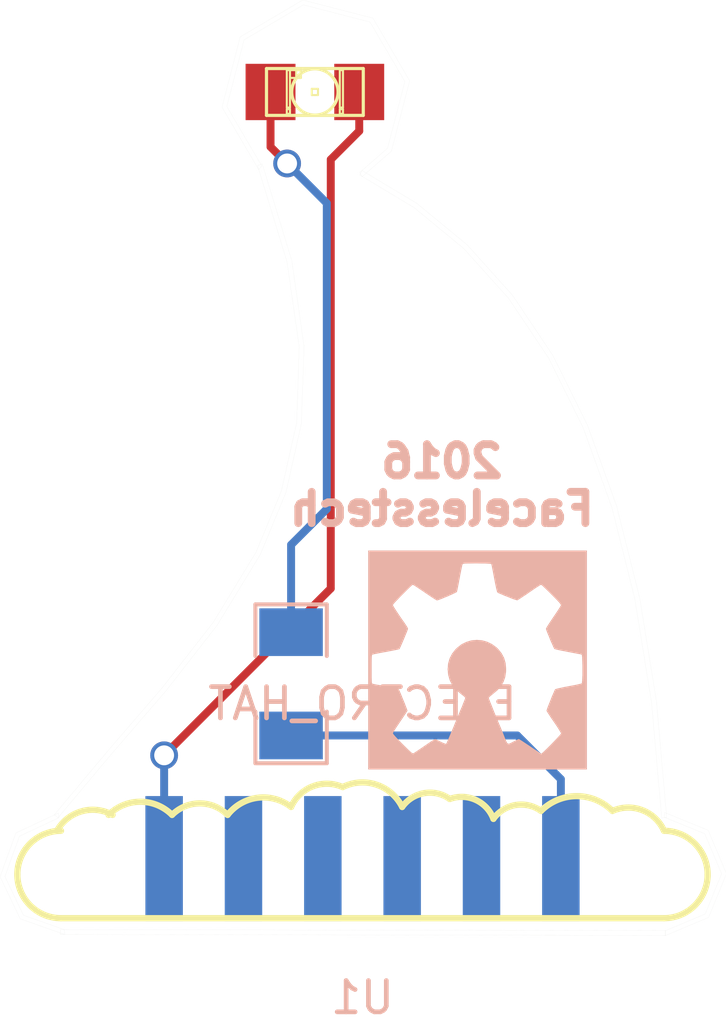
<source format=kicad_pcb>
(kicad_pcb (version 3) (host pcbnew "(22-Jun-2014 BZR 4027)-stable")

  (general
    (links 3)
    (no_connects 0)
    (area 0 0 0 0)
    (thickness 1.6)
    (drawings 18)
    (tracks 16)
    (zones 0)
    (modules 5)
    (nets 4)
  )

  (page A3)
  (layers
    (15 F.Cu signal)
    (0 B.Cu signal)
    (16 B.Adhes user)
    (17 F.Adhes user)
    (18 B.Paste user)
    (19 F.Paste user)
    (20 B.SilkS user)
    (21 F.SilkS user)
    (22 B.Mask user)
    (23 F.Mask user)
    (24 Dwgs.User user)
    (25 Cmts.User user)
    (26 Eco1.User user)
    (27 Eco2.User user)
    (28 Edge.Cuts user)
  )

  (setup
    (last_trace_width 0.254)
    (trace_clearance 0.254)
    (zone_clearance 0.508)
    (zone_45_only no)
    (trace_min 0.254)
    (segment_width 0.2)
    (edge_width 0.1)
    (via_size 0.889)
    (via_drill 0.635)
    (via_min_size 0.889)
    (via_min_drill 0.508)
    (uvia_size 0.508)
    (uvia_drill 0.127)
    (uvias_allowed no)
    (uvia_min_size 0.508)
    (uvia_min_drill 0.127)
    (pcb_text_width 0.3)
    (pcb_text_size 1.5 1.5)
    (mod_edge_width 0.15)
    (mod_text_size 1 1)
    (mod_text_width 0.15)
    (pad_size 1.59766 1.80086)
    (pad_drill 0)
    (pad_to_mask_clearance 0)
    (aux_axis_origin 0 0)
    (visible_elements FFFFFFBF)
    (pcbplotparams
      (layerselection 284196865)
      (usegerberextensions true)
      (excludeedgelayer true)
      (linewidth 0.150000)
      (plotframeref false)
      (viasonmask false)
      (mode 1)
      (useauxorigin false)
      (hpglpennumber 1)
      (hpglpenspeed 20)
      (hpglpendiameter 15)
      (hpglpenoverlay 2)
      (psnegative false)
      (psa4output false)
      (plotreference true)
      (plotvalue true)
      (plotothertext true)
      (plotinvisibletext false)
      (padsonsilk false)
      (subtractmaskfromsilk false)
      (outputformat 1)
      (mirror false)
      (drillshape 0)
      (scaleselection 1)
      (outputdirectory gerbers/))
  )

  (net 0 "")
  (net 1 N-000005)
  (net 2 N-000006)
  (net 3 N-000007)

  (net_class Default "This is the default net class."
    (clearance 0.254)
    (trace_width 0.254)
    (via_dia 0.889)
    (via_drill 0.635)
    (uvia_dia 0.508)
    (uvia_drill 0.127)
    (add_net "")
    (add_net N-000005)
    (add_net N-000006)
    (add_net N-000007)
  )

  (module SM1206 (layer B.Cu) (tedit 580FB232) (tstamp 5818F370)
    (at 197.104 136.017 90)
    (path /580E6664)
    (attr smd)
    (fp_text reference R1 (at 0 0 90) (layer B.SilkS) hide
      (effects (font (size 0.762 0.762) (thickness 0.127)) (justify mirror))
    )
    (fp_text value R (at 0 0 90) (layer B.SilkS) hide
      (effects (font (size 0.762 0.762) (thickness 0.127)) (justify mirror))
    )
    (fp_line (start -2.54 1.143) (end -2.54 -1.143) (layer B.SilkS) (width 0.127))
    (fp_line (start -2.54 -1.143) (end -0.889 -1.143) (layer B.SilkS) (width 0.127))
    (fp_line (start 0.889 1.143) (end 2.54 1.143) (layer B.SilkS) (width 0.127))
    (fp_line (start 2.54 1.143) (end 2.54 -1.143) (layer B.SilkS) (width 0.127))
    (fp_line (start 2.54 -1.143) (end 0.889 -1.143) (layer B.SilkS) (width 0.127))
    (fp_line (start -0.889 1.143) (end -2.54 1.143) (layer B.SilkS) (width 0.127))
    (pad 1 smd rect (at -1.651 0 90) (size 1.524 2.032)
      (layers B.Cu B.Paste B.Mask)
      (net 1 N-000005)
    )
    (pad 2 smd rect (at 1.651 0 90) (size 1.524 2.032)
      (layers B.Cu B.Paste B.Mask)
      (net 2 N-000006)
    )
    (model smd/chip_cms.wrl
      (at (xyz 0 0 0))
      (scale (xyz 0.17 0.16 0.16))
      (rotate (xyz 0 0 0))
    )
  )

  (module svg2mod (layer F.Cu) (tedit 0) (tstamp 580EC3D4)
    (at 199.39 128.905)
    (fp_text reference svg2mod (at 0 -18.226436) (layer F.SilkS) hide
      (effects (font (size 1.524 1.524) (thickness 0.3048)))
    )
    (fp_text value Edge.Cuts (at 0 18.226436) (layer F.SilkS) hide
      (effects (font (size 1.524 1.524) (thickness 0.3048)))
    )
    (fp_poly (pts (xy -3.209801 -9.515198) (xy -3.359404 -9.457433) (xy -2.417162 -6.382811) (xy -2.024726 -3.656767)
      (xy -2.108415 -1.231527) (xy -2.594552 0.940684) (xy -3.409456 2.90764) (xy -4.779605 5.149717)
      (xy -6.407762 7.235427) (xy -8.150723 9.254938) (xy -9.865284 11.29842) (xy -9.745641 11.39267)
      (xy -8.034736 9.355289) (xy -6.288756 7.334351) (xy -4.652556 5.238653) (xy -3.270989 2.976987)
      (xy -2.447368 0.987114) (xy -1.95541 -1.212272) (xy -1.869144 -3.665941) (xy -2.262598 -6.418661)
      (xy -3.209801 -9.515198)) (layer Edge.Cuts) (width 0.00254))
    (fp_poly (pts (xy -0.014213 -9.300715) (xy -0.088305 -9.157233) (xy 1.647664 -8.116827) (xy 3.239948 -6.806913)
      (xy 4.679206 -5.209767) (xy 5.956094 -3.307662) (xy 7.061267 -1.082874) (xy 7.985382 1.482323)
      (xy 8.719097 4.405656) (xy 9.253066 7.704849) (xy 9.577948 11.397629) (xy 9.738639 11.388316)
      (xy 9.412364 7.684043) (xy 8.875243 4.370861) (xy 8.13649 1.431748) (xy 7.205323 -1.150319)
      (xy 6.090955 -3.392361) (xy 4.802602 -5.311401) (xy 3.349479 -6.924462) (xy 1.740803 -8.248564)
      (xy -0.014213 -9.300732) (xy -0.014213 -9.300715)) (layer Edge.Cuts) (width 0.00254))
    (fp_poly (pts (xy 0.92723 -9.919482) (xy 1.510311 -12.168182) (xy 0.334916 -14.170423) (xy -1.913306 -14.750093)
      (xy -3.915066 -13.571285) (xy -4.496679 -11.324531) (xy -3.31982 -9.324236) (xy -3.225882 -9.448794)
      (xy -4.34315 -11.346049) (xy -3.790507 -13.477347) (xy -1.891787 -14.596562) (xy 0.240984 -14.045864)
      (xy 1.356778 -12.146664) (xy 0.802671 -10.013419) (xy -0.087678 -9.237664) (xy -0.01296 -9.101932)
      (xy 0.92723 -9.919482)) (layer Edge.Cuts) (width 0.00254))
    (fp_poly (pts (xy 9.687235 15.164161) (xy 9.692146 15.16413) (xy 11.081337 14.579363) (xy 11.651231 13.183991)
      (xy 11.066463 11.794797) (xy 9.671092 11.224903) (xy 9.672221 11.380913) (xy 10.957715 11.905005)
      (xy 11.495518 13.18483) (xy 10.971426 14.47032) (xy 9.691604 15.008123) (xy 9.686694 15.008149)
      (xy 9.687822 15.164161) (xy 9.687235 15.164161)) (layer Edge.Cuts) (width 0.00254))
    (fp_poly (pts (xy -9.533213 15.125025) (xy -9.538123 15.125223) (xy -10.957366 14.624453) (xy -11.603104 13.280664)
      (xy -11.095579 11.88032) (xy -9.733653 11.24318) (xy -9.72592 11.396926) (xy -10.980658 11.98299)
      (xy -11.447292 13.273024) (xy -10.853327 14.511053) (xy -9.545876 14.971474) (xy -9.540965 14.971285)
      (xy -9.533204 15.125025) (xy -9.533213 15.125025)) (layer Edge.Cuts) (width 0.00254))
    (fp_poly (pts (xy -9.671798 14.969809) (xy -9.67208 15.125895) (xy 9.706266 15.1571) (xy 9.706548 15.001014)
      (xy -9.671795 14.969809) (xy -9.671798 14.969809)) (layer Edge.Cuts) (width 0.00254))
  )

  (module LED-1206 (layer F.Cu) (tedit 580FB23F) (tstamp 580F36E5)
    (at 197.866 117.094 180)
    (descr "LED 1206 smd package")
    (tags "LED1206 SMD")
    (path /580E6673)
    (attr smd)
    (fp_text reference D1 (at 0.254 -1.524 180) (layer F.SilkS) hide
      (effects (font (size 0.762 0.762) (thickness 0.0889)))
    )
    (fp_text value LED (at 0 1.524 180) (layer F.SilkS) hide
      (effects (font (size 0.762 0.762) (thickness 0.0889)))
    )
    (fp_line (start -0.09906 0.09906) (end 0.09906 0.09906) (layer F.SilkS) (width 0.06604))
    (fp_line (start 0.09906 0.09906) (end 0.09906 -0.09906) (layer F.SilkS) (width 0.06604))
    (fp_line (start -0.09906 -0.09906) (end 0.09906 -0.09906) (layer F.SilkS) (width 0.06604))
    (fp_line (start -0.09906 0.09906) (end -0.09906 -0.09906) (layer F.SilkS) (width 0.06604))
    (fp_line (start 0.44958 0.6985) (end 0.79756 0.6985) (layer F.SilkS) (width 0.06604))
    (fp_line (start 0.79756 0.6985) (end 0.79756 0.44958) (layer F.SilkS) (width 0.06604))
    (fp_line (start 0.44958 0.44958) (end 0.79756 0.44958) (layer F.SilkS) (width 0.06604))
    (fp_line (start 0.44958 0.6985) (end 0.44958 0.44958) (layer F.SilkS) (width 0.06604))
    (fp_line (start 0.79756 0.6985) (end 0.89916 0.6985) (layer F.SilkS) (width 0.06604))
    (fp_line (start 0.89916 0.6985) (end 0.89916 -0.49784) (layer F.SilkS) (width 0.06604))
    (fp_line (start 0.79756 -0.49784) (end 0.89916 -0.49784) (layer F.SilkS) (width 0.06604))
    (fp_line (start 0.79756 0.6985) (end 0.79756 -0.49784) (layer F.SilkS) (width 0.06604))
    (fp_line (start 0.79756 -0.54864) (end 0.89916 -0.54864) (layer F.SilkS) (width 0.06604))
    (fp_line (start 0.89916 -0.54864) (end 0.89916 -0.6985) (layer F.SilkS) (width 0.06604))
    (fp_line (start 0.79756 -0.6985) (end 0.89916 -0.6985) (layer F.SilkS) (width 0.06604))
    (fp_line (start 0.79756 -0.54864) (end 0.79756 -0.6985) (layer F.SilkS) (width 0.06604))
    (fp_line (start -0.89916 0.6985) (end -0.79756 0.6985) (layer F.SilkS) (width 0.06604))
    (fp_line (start -0.79756 0.6985) (end -0.79756 -0.49784) (layer F.SilkS) (width 0.06604))
    (fp_line (start -0.89916 -0.49784) (end -0.79756 -0.49784) (layer F.SilkS) (width 0.06604))
    (fp_line (start -0.89916 0.6985) (end -0.89916 -0.49784) (layer F.SilkS) (width 0.06604))
    (fp_line (start -0.89916 -0.54864) (end -0.79756 -0.54864) (layer F.SilkS) (width 0.06604))
    (fp_line (start -0.79756 -0.54864) (end -0.79756 -0.6985) (layer F.SilkS) (width 0.06604))
    (fp_line (start -0.89916 -0.6985) (end -0.79756 -0.6985) (layer F.SilkS) (width 0.06604))
    (fp_line (start -0.89916 -0.54864) (end -0.89916 -0.6985) (layer F.SilkS) (width 0.06604))
    (fp_line (start 0.44958 0.6985) (end 0.59944 0.6985) (layer F.SilkS) (width 0.06604))
    (fp_line (start 0.59944 0.6985) (end 0.59944 0.44958) (layer F.SilkS) (width 0.06604))
    (fp_line (start 0.44958 0.44958) (end 0.59944 0.44958) (layer F.SilkS) (width 0.06604))
    (fp_line (start 0.44958 0.6985) (end 0.44958 0.44958) (layer F.SilkS) (width 0.06604))
    (fp_line (start 1.5494 0.7493) (end -1.5494 0.7493) (layer F.SilkS) (width 0.1016))
    (fp_line (start -1.5494 0.7493) (end -1.5494 -0.7493) (layer F.SilkS) (width 0.1016))
    (fp_line (start -1.5494 -0.7493) (end 1.5494 -0.7493) (layer F.SilkS) (width 0.1016))
    (fp_line (start 1.5494 -0.7493) (end 1.5494 0.7493) (layer F.SilkS) (width 0.1016))
    (fp_arc (start 0 0) (end 0.54864 0.49784) (angle 95.4) (layer F.SilkS) (width 0.1016))
    (fp_arc (start 0 0) (end -0.54864 0.49784) (angle 84.5) (layer F.SilkS) (width 0.1016))
    (fp_arc (start 0 0) (end -0.54864 -0.49784) (angle 95.4) (layer F.SilkS) (width 0.1016))
    (fp_arc (start 0 0) (end 0.54864 -0.49784) (angle 84.5) (layer F.SilkS) (width 0.1016))
    (pad 1 smd rect (at -1.41986 0 180) (size 1.59766 1.80086)
      (layers F.Cu F.Paste F.Mask)
      (net 3 N-000007)
    )
    (pad 2 smd rect (at 1.41986 0 180) (size 1.59766 1.80086)
      (layers F.Cu F.Paste F.Mask)
      (net 2 N-000006)
    )
  )

  (module OSH_final_silks_back (layer F.Cu) (tedit 0) (tstamp 5818F363)
    (at 203.073 135.255)
    (fp_text reference VAL (at 0 0) (layer F.SilkS) hide
      (effects (font (size 1.143 1.143) (thickness 0.1778)))
    )
    (fp_text value OSH_final_silks_back (at 0 0) (layer F.SilkS) hide
      (effects (font (size 1.143 1.143) (thickness 0.1778)))
    )
    (fp_poly (pts (xy -3.50012 3.50012) (xy -3.3909 3.50012) (xy -3.3909 0.4318) (xy -3.3909 0.29464)
      (xy -3.3909 0.14986) (xy -3.3909 0.0381) (xy -3.38836 -0.04572) (xy -3.38582 -0.10414)
      (xy -3.38074 -0.14224) (xy -3.37566 -0.1651) (xy -3.36804 -0.17272) (xy -3.34264 -0.1778)
      (xy -3.2893 -0.1905) (xy -3.21056 -0.20574) (xy -3.1115 -0.22606) (xy -2.99974 -0.24638)
      (xy -2.92608 -0.25908) (xy -2.80924 -0.28194) (xy -2.70256 -0.30226) (xy -2.61366 -0.32004)
      (xy -2.54762 -0.33528) (xy -2.50952 -0.3429) (xy -2.49936 -0.34798) (xy -2.4892 -0.3683)
      (xy -2.46634 -0.41656) (xy -2.43586 -0.48514) (xy -2.4003 -0.56642) (xy -2.3622 -0.65532)
      (xy -2.3241 -0.74676) (xy -2.28854 -0.83312) (xy -2.25806 -0.90678) (xy -2.23774 -0.96266)
      (xy -2.22504 -0.99568) (xy -2.22504 -0.99822) (xy -2.2352 -1.02362) (xy -2.2606 -1.07188)
      (xy -2.30124 -1.13284) (xy -2.33934 -1.19126) (xy -2.4511 -1.34874) (xy -2.54 -1.48082)
      (xy -2.60858 -1.58496) (xy -2.65938 -1.6637) (xy -2.6924 -1.71958) (xy -2.70764 -1.7526)
      (xy -2.71018 -1.75768) (xy -2.69748 -1.778) (xy -2.66446 -1.81864) (xy -2.61366 -1.87452)
      (xy -2.54762 -1.9431) (xy -2.4765 -2.0193) (xy -2.39776 -2.09804) (xy -2.31902 -2.17678)
      (xy -2.24536 -2.25044) (xy -2.17932 -2.31394) (xy -2.12598 -2.36474) (xy -2.08788 -2.39522)
      (xy -2.07264 -2.40538) (xy -2.05232 -2.39522) (xy -2.0066 -2.36728) (xy -1.94056 -2.32664)
      (xy -1.85928 -2.27076) (xy -1.76276 -2.20726) (xy -1.68656 -2.15392) (xy -1.58242 -2.08534)
      (xy -1.49098 -2.02184) (xy -1.41224 -1.97104) (xy -1.35128 -1.93294) (xy -1.31064 -1.91008)
      (xy -1.29794 -1.90246) (xy -1.27254 -1.91008) (xy -1.2192 -1.92786) (xy -1.14808 -1.9558)
      (xy -1.06426 -1.99136) (xy -0.97282 -2.02692) (xy -0.88392 -2.06756) (xy -0.80264 -2.10312)
      (xy -0.73406 -2.13614) (xy -0.6858 -2.159) (xy -0.66294 -2.17424) (xy -0.66294 -2.17424)
      (xy -0.65532 -2.19964) (xy -0.64262 -2.25298) (xy -0.62738 -2.33172) (xy -0.60706 -2.43078)
      (xy -0.58674 -2.54254) (xy -0.57404 -2.6035) (xy -0.55372 -2.72034) (xy -0.53086 -2.82956)
      (xy -0.51308 -2.921) (xy -0.49784 -2.99212) (xy -0.48768 -3.03784) (xy -0.48514 -3.048)
      (xy -0.47752 -3.0607) (xy -0.4699 -3.06832) (xy -0.45212 -3.07594) (xy -0.42418 -3.08102)
      (xy -0.381 -3.08356) (xy -0.3175 -3.0861) (xy -0.2286 -3.0861) (xy -0.11176 -3.08864)
      (xy -0.02032 -3.08864) (xy 0.10922 -3.0861) (xy 0.22352 -3.0861) (xy 0.3175 -3.08102)
      (xy 0.38862 -3.07848) (xy 0.42926 -3.0734) (xy 0.43942 -3.07086) (xy 0.4445 -3.05054)
      (xy 0.4572 -2.9972) (xy 0.47244 -2.921) (xy 0.49276 -2.82194) (xy 0.51308 -2.71018)
      (xy 0.53086 -2.6162) (xy 0.55372 -2.49682) (xy 0.57658 -2.38506) (xy 0.5969 -2.29108)
      (xy 0.61468 -2.21996) (xy 0.62738 -2.17424) (xy 0.635 -2.16154) (xy 0.6604 -2.14376)
      (xy 0.7112 -2.1209) (xy 0.78232 -2.09042) (xy 0.86614 -2.05486) (xy 0.95758 -2.0193)
      (xy 1.04648 -1.98374) (xy 1.1303 -1.95072) (xy 1.20142 -1.92786) (xy 1.25222 -1.91262)
      (xy 1.27508 -1.90754) (xy 1.2954 -1.92024) (xy 1.34366 -1.95072) (xy 1.4097 -1.9939)
      (xy 1.49352 -2.04978) (xy 1.59004 -2.11328) (xy 1.65608 -2.16154) (xy 1.75768 -2.23012)
      (xy 1.84658 -2.29108) (xy 1.92532 -2.34188) (xy 1.98628 -2.37998) (xy 2.02184 -2.4003)
      (xy 2.032 -2.40538) (xy 2.05232 -2.39268) (xy 2.09296 -2.35966) (xy 2.14884 -2.30632)
      (xy 2.21996 -2.23774) (xy 2.30378 -2.15646) (xy 2.36728 -2.09296) (xy 2.47142 -1.98882)
      (xy 2.5527 -1.905) (xy 2.61112 -1.8415) (xy 2.64668 -1.79578) (xy 2.667 -1.7653)
      (xy 2.66954 -1.74752) (xy 2.65684 -1.72466) (xy 2.6289 -1.6764) (xy 2.58318 -1.60528)
      (xy 2.5273 -1.52146) (xy 2.4638 -1.42748) (xy 2.4257 -1.3716) (xy 2.35966 -1.27254)
      (xy 2.2987 -1.1811) (xy 2.2479 -1.10236) (xy 2.21234 -1.04394) (xy 2.19202 -1.00584)
      (xy 2.18948 -0.99568) (xy 2.1971 -0.97028) (xy 2.21488 -0.91948) (xy 2.24282 -0.84836)
      (xy 2.27838 -0.76454) (xy 2.31394 -0.6731) (xy 2.35204 -0.58166) (xy 2.39014 -0.50038)
      (xy 2.42062 -0.42926) (xy 2.44602 -0.37846) (xy 2.45872 -0.35306) (xy 2.45872 -0.35306)
      (xy 2.48158 -0.34544) (xy 2.53238 -0.33274) (xy 2.60858 -0.31496) (xy 2.7051 -0.29464)
      (xy 2.81686 -0.27432) (xy 2.89052 -0.25908) (xy 3.0099 -0.23622) (xy 3.11658 -0.2159)
      (xy 3.20802 -0.19812) (xy 3.27914 -0.18542) (xy 3.32232 -0.17526) (xy 3.33248 -0.17272)
      (xy 3.3401 -0.1524) (xy 3.34772 -0.1016) (xy 3.35026 -0.02794) (xy 3.35534 0.0635)
      (xy 3.35788 0.17018) (xy 3.35788 0.2794) (xy 3.35788 0.39116) (xy 3.35788 0.49784)
      (xy 3.3528 0.59182) (xy 3.34772 0.67056) (xy 3.34264 0.7239) (xy 3.33502 0.7493)
      (xy 3.33502 0.7493) (xy 3.30962 0.75692) (xy 3.25628 0.76962) (xy 3.18008 0.7874)
      (xy 3.08102 0.80772) (xy 2.96926 0.82804) (xy 2.9083 0.84074) (xy 2.794 0.86106)
      (xy 2.68732 0.88392) (xy 2.59842 0.90424) (xy 2.53238 0.91948) (xy 2.49174 0.93218)
      (xy 2.48412 0.93726) (xy 2.47142 0.96012) (xy 2.44856 1.01092) (xy 2.41808 1.08204)
      (xy 2.37998 1.16586) (xy 2.34442 1.25984) (xy 2.30632 1.35382) (xy 2.27076 1.44272)
      (xy 2.24028 1.51892) (xy 2.21996 1.57988) (xy 2.2098 1.61544) (xy 2.20726 1.62052)
      (xy 2.21742 1.64084) (xy 2.24536 1.68656) (xy 2.28854 1.7526) (xy 2.34188 1.83388)
      (xy 2.40538 1.92786) (xy 2.44094 1.97866) (xy 2.50952 2.07772) (xy 2.56794 2.16662)
      (xy 2.6162 2.24536) (xy 2.65176 2.30378) (xy 2.67208 2.33934) (xy 2.67462 2.3495)
      (xy 2.66192 2.36728) (xy 2.6289 2.40792) (xy 2.5781 2.4638) (xy 2.5146 2.53238)
      (xy 2.44094 2.60858) (xy 2.36474 2.68732) (xy 2.286 2.76606) (xy 2.21234 2.83972)
      (xy 2.1463 2.90322) (xy 2.09296 2.95402) (xy 2.0574 2.98704) (xy 2.03962 2.9972)
      (xy 2.02184 2.98704) (xy 1.97866 2.96164) (xy 1.91516 2.91846) (xy 1.83388 2.86512)
      (xy 1.74244 2.80162) (xy 1.68656 2.76352) (xy 1.5875 2.69748) (xy 1.4986 2.63906)
      (xy 1.4224 2.58826) (xy 1.36398 2.5527) (xy 1.32842 2.53238) (xy 1.3208 2.52984)
      (xy 1.2954 2.53746) (xy 1.24714 2.56032) (xy 1.18364 2.5908) (xy 1.14046 2.61366)
      (xy 1.06426 2.65176) (xy 1.01346 2.67462) (xy 0.97536 2.67462) (xy 0.94742 2.65176)
      (xy 0.92202 2.6035) (xy 0.889 2.52222) (xy 0.88392 2.51206) (xy 0.8636 2.4638)
      (xy 0.83312 2.38506) (xy 0.79248 2.286) (xy 0.74422 2.16662) (xy 0.68834 2.03708)
      (xy 0.63246 1.89738) (xy 0.59436 1.80848) (xy 0.53848 1.67386) (xy 0.48768 1.54686)
      (xy 0.4445 1.43764) (xy 0.4064 1.34366) (xy 0.37846 1.27254) (xy 0.36322 1.22682)
      (xy 0.35814 1.21412) (xy 0.37338 1.19126) (xy 0.40894 1.1557) (xy 0.46228 1.11252)
      (xy 0.48514 1.09474) (xy 0.635 0.97028) (xy 0.7493 0.8382) (xy 0.83312 0.6985)
      (xy 0.88646 0.5461) (xy 0.91186 0.37592) (xy 0.9144 0.28448) (xy 0.89916 0.1016)
      (xy 0.8509 -0.06604) (xy 0.76708 -0.22098) (xy 0.65278 -0.36068) (xy 0.6096 -0.40132)
      (xy 0.46482 -0.508) (xy 0.30734 -0.5842) (xy 0.14224 -0.62992) (xy -0.0254 -0.64262)
      (xy -0.19558 -0.62738) (xy -0.35814 -0.57912) (xy -0.51308 -0.50292) (xy -0.65278 -0.3937)
      (xy -0.70104 -0.34798) (xy -0.81534 -0.2032) (xy -0.89408 -0.0508) (xy -0.94234 0.1143)
      (xy -0.95758 0.29464) (xy -0.95758 0.29718) (xy -0.9398 0.47752) (xy -0.89154 0.6477)
      (xy -0.81026 0.80264) (xy -0.69342 0.94488) (xy -0.5461 1.07696) (xy -0.50546 1.10744)
      (xy -0.45212 1.14808) (xy -0.41402 1.18364) (xy -0.39624 1.20904) (xy -0.3937 1.21158)
      (xy -0.40132 1.23698) (xy -0.4191 1.28778) (xy -0.44704 1.35636) (xy -0.48006 1.43764)
      (xy -0.4826 1.4478) (xy -0.51308 1.52146) (xy -0.55626 1.62052) (xy -0.60452 1.7399)
      (xy -0.6604 1.87198) (xy -0.71882 2.01168) (xy -0.7747 2.15138) (xy -0.77978 2.16154)
      (xy -0.83312 2.28854) (xy -0.88138 2.40284) (xy -0.92456 2.50444) (xy -0.96012 2.58572)
      (xy -0.98552 2.64414) (xy -1.00076 2.67716) (xy -1.0033 2.6797) (xy -1.02616 2.6797)
      (xy -1.07188 2.66192) (xy -1.13792 2.63398) (xy -1.17856 2.61366) (xy -1.24968 2.5781)
      (xy -1.3081 2.55016) (xy -1.34874 2.53238) (xy -1.36144 2.52984) (xy -1.38176 2.54)
      (xy -1.42748 2.56794) (xy -1.49352 2.60858) (xy -1.5748 2.66192) (xy -1.66624 2.72542)
      (xy -1.69418 2.7432) (xy -1.78816 2.80924) (xy -1.87706 2.86766) (xy -1.95072 2.91846)
      (xy -2.0066 2.95402) (xy -2.03962 2.97688) (xy -2.0447 2.97942) (xy -2.05994 2.9845)
      (xy -2.07518 2.98196) (xy -2.0955 2.9718) (xy -2.12598 2.95148) (xy -2.16662 2.91338)
      (xy -2.22504 2.86004) (xy -2.2987 2.78638) (xy -2.39776 2.68986) (xy -2.39776 2.68986)
      (xy -2.4892 2.59588) (xy -2.57048 2.51206) (xy -2.63398 2.44348) (xy -2.68224 2.3876)
      (xy -2.7051 2.35458) (xy -2.71018 2.34696) (xy -2.70002 2.32156) (xy -2.67208 2.2733)
      (xy -2.63144 2.20472) (xy -2.57556 2.1209) (xy -2.51206 2.02692) (xy -2.4765 1.97358)
      (xy -2.41046 1.87706) (xy -2.35204 1.78816) (xy -2.30124 1.7145) (xy -2.26568 1.65862)
      (xy -2.24536 1.6256) (xy -2.24282 1.62052) (xy -2.25044 1.59766) (xy -2.26822 1.54686)
      (xy -2.29616 1.47828) (xy -2.32664 1.39446) (xy -2.36474 1.30302) (xy -2.40284 1.21158)
      (xy -2.4384 1.12268) (xy -2.47142 1.04394) (xy -2.49682 0.98552) (xy -2.5146 0.94996)
      (xy -2.51714 0.94488) (xy -2.53238 0.93218) (xy -2.5654 0.92202) (xy -2.6162 0.90678)
      (xy -2.68986 0.889) (xy -2.78638 0.86868) (xy -2.91338 0.84582) (xy -3.07086 0.81534)
      (xy -3.16738 0.79756) (xy -3.24358 0.78486) (xy -3.30708 0.77216) (xy -3.35026 0.762)
      (xy -3.36042 0.75946) (xy -3.37058 0.75438) (xy -3.3782 0.74422) (xy -3.38328 0.71882)
      (xy -3.38582 0.68072) (xy -3.38836 0.6223) (xy -3.3909 0.54102) (xy -3.3909 0.4318)
      (xy -3.3909 3.50012) (xy 0 3.50012) (xy 3.50012 3.50012) (xy 3.50012 0)
      (xy 3.50012 -3.50012) (xy 0 -3.50012) (xy -3.50012 -3.50012) (xy -3.50012 0)
      (xy -3.50012 3.50012) (xy -3.50012 3.50012)) (layer B.SilkS) (width 0.00254))
  )

  (module electro_hat_male_mirrored (layer B.Cu) (tedit 5818B830) (tstamp 5818F3E2)
    (at 199.39 141.605)
    (path /580E6650)
    (fp_text reference U1 (at 0 4.445) (layer B.SilkS)
      (effects (font (size 1 1) (thickness 0.15)) (justify mirror))
    )
    (fp_text value ELECTRO_HAT (at 0 -4.953) (layer B.SilkS)
      (effects (font (size 1 1) (thickness 0.15)) (justify mirror))
    )
    (pad 3 smd rect (at 1.27 0) (size 1.2 4)
      (layers B.Cu B.Paste B.Mask)
    )
    (pad 4 smd rect (at -1.27 0) (size 1.2 4)
      (layers B.Cu B.Paste B.Mask)
    )
    (pad 2 smd rect (at 3.81 0) (size 1.2 4)
      (layers B.Cu B.Paste B.Mask)
    )
    (pad 1 smd rect (at 6.35 0) (size 1.2 4)
      (layers B.Cu B.Paste B.Mask)
      (net 1 N-000005)
    )
    (pad 5 smd rect (at -3.81 0) (size 1.2 4)
      (layers B.Cu B.Paste B.Mask)
    )
    (pad 6 smd rect (at -6.35 0) (size 1.2 4)
      (layers B.Cu B.Paste B.Mask)
      (net 3 N-000007)
    )
  )

  (gr_text 2016 (at 201.93 128.905) (layer B.SilkS)
    (effects (font (size 1 1) (thickness 0.25)) (justify mirror))
  )
  (gr_text Facelesstech (at 201.93 130.429) (layer B.SilkS)
    (effects (font (size 1 1) (thickness 0.25)) (justify mirror))
  )
  (gr_line (start 189.738 143.51) (end 209.042 143.51) (angle 90) (layer F.SilkS) (width 0.2))
  (gr_arc (start 190.754 141.351) (end 189.611 140.716) (angle 90) (layer F.SilkS) (width 0.2))
  (gr_arc (start 192.278 141.224) (end 191.262 140.208) (angle 90) (layer F.SilkS) (width 0.2))
  (gr_arc (start 194.183 141.097) (end 193.294 140.208) (angle 90) (layer F.SilkS) (width 0.2))
  (gr_arc (start 196.215 141.097) (end 195.072 140.208) (angle 90) (layer F.SilkS) (width 0.2))
  (gr_arc (start 198.247 140.462) (end 197.104 139.954) (angle 90) (layer F.SilkS) (width 0.2))
  (gr_arc (start 199.39 140.589) (end 198.755 139.319) (angle 90) (layer F.SilkS) (width 0.2))
  (gr_arc (start 201.549 140.589) (end 200.66 139.954) (angle 90) (layer F.SilkS) (width 0.2))
  (gr_arc (start 202.565 140.716) (end 202.184 139.7) (angle 90) (layer F.SilkS) (width 0.2))
  (gr_arc (start 204.47 140.97) (end 203.581 140.335) (angle 90) (layer F.SilkS) (width 0.2))
  (gr_arc (start 206.248 141.224) (end 205.105 140.081) (angle 90) (layer F.SilkS) (width 0.2) (tstamp 5818F35B))
  (gr_arc (start 207.899 141.224) (end 207.391 140.081) (angle 90) (layer F.SilkS) (width 0.2) (tstamp 5818F35C))
  (gr_arc (start 189.738 142.113) (end 189.738 143.51) (angle 90) (layer F.SilkS) (width 0.2))
  (gr_arc (start 189.738 142.113) (end 188.341 142.113) (angle 90) (layer F.SilkS) (width 0.2))
  (gr_arc (start 209.042 142.113) (end 210.439 142.113) (angle 90) (layer F.SilkS) (width 0.2))
  (gr_arc (start 209.042 142.113) (end 209.042 140.716) (angle 90) (layer F.SilkS) (width 0.2) (tstamp 5818F35D))

  (segment (start 205.74 141.605) (end 205.74 139.065) (width 0.254) (layer B.Cu) (net 1) (status 400000))
  (segment (start 204.343 137.668) (end 197.104 137.668) (width 0.254) (layer B.Cu) (net 1) (tstamp 5818F429) (status 800000))
  (segment (start 205.74 139.065) (end 204.343 137.668) (width 0.254) (layer B.Cu) (net 1) (tstamp 5818F426))
  (segment (start 197.104 134.366) (end 197.104 131.572) (width 0.254) (layer B.Cu) (net 2) (status 400000))
  (segment (start 196.44614 118.84914) (end 196.44614 117.094) (width 0.254) (layer F.Cu) (net 2) (tstamp 5818F43A) (status 800000))
  (segment (start 196.977 119.38) (end 196.44614 118.84914) (width 0.254) (layer F.Cu) (net 2) (tstamp 5818F439))
  (via (at 196.977 119.38) (size 0.889) (layers F.Cu B.Cu) (net 2))
  (segment (start 198.247 120.65) (end 196.977 119.38) (width 0.254) (layer B.Cu) (net 2) (tstamp 5818F435))
  (segment (start 198.247 130.429) (end 198.247 120.65) (width 0.254) (layer B.Cu) (net 2) (tstamp 5818F432))
  (segment (start 197.104 131.572) (end 198.247 130.429) (width 0.254) (layer B.Cu) (net 2) (tstamp 5818F430))
  (segment (start 199.28586 117.094) (end 199.28586 118.34114) (width 0.254) (layer F.Cu) (net 3) (status 400000))
  (segment (start 193.04 138.303) (end 193.04 141.605) (width 0.254) (layer B.Cu) (net 3) (tstamp 5818F46B) (status 800000))
  (via (at 193.04 138.303) (size 0.889) (layers F.Cu B.Cu) (net 3))
  (segment (start 198.374 132.969) (end 193.04 138.303) (width 0.254) (layer F.Cu) (net 3) (tstamp 5818F461))
  (segment (start 198.374 119.253) (end 198.374 132.969) (width 0.254) (layer F.Cu) (net 3) (tstamp 5818F45A))
  (segment (start 199.28586 118.34114) (end 198.374 119.253) (width 0.254) (layer F.Cu) (net 3) (tstamp 5818F457))

)

</source>
